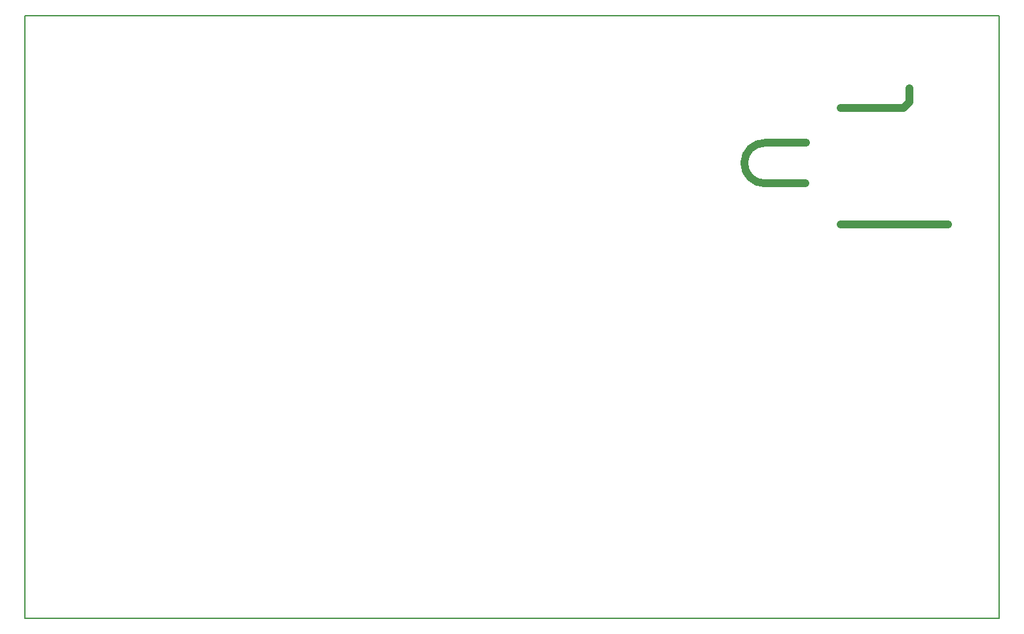
<source format=gko>
G04*
G04 #@! TF.GenerationSoftware,Altium Limited,Altium Designer,23.11.1 (41)*
G04*
G04 Layer_Color=16711935*
%FSTAX24Y24*%
%MOIN*%
G70*
G04*
G04 #@! TF.SameCoordinates,027617FE-0855-4198-9E67-A804299B83E6*
G04*
G04*
G04 #@! TF.FilePolarity,Positive*
G04*
G01*
G75*
%ADD18C,0.0059*%
%ADD114C,0.0394*%
D18*
X049606Y030709D02*
X049606Y-0D01*
X0Y030709D02*
X049606Y030709D01*
X0Y0D02*
X049606Y-0D01*
X0Y022963D02*
Y030709D01*
X0Y007609D02*
X0Y0D01*
X0Y022963D02*
X0Y007609D01*
D114*
X037677Y024224D02*
G03*
X037668Y022158I-000025J-001033D01*
G01*
X041534Y020066D02*
X046996D01*
X045018Y026317D02*
Y02699D01*
X04472Y026016D02*
X045016Y026311D01*
X041535Y026016D02*
X04472D01*
X037685Y024234D02*
X039747D01*
X037658Y022164D02*
X039733D01*
M02*

</source>
